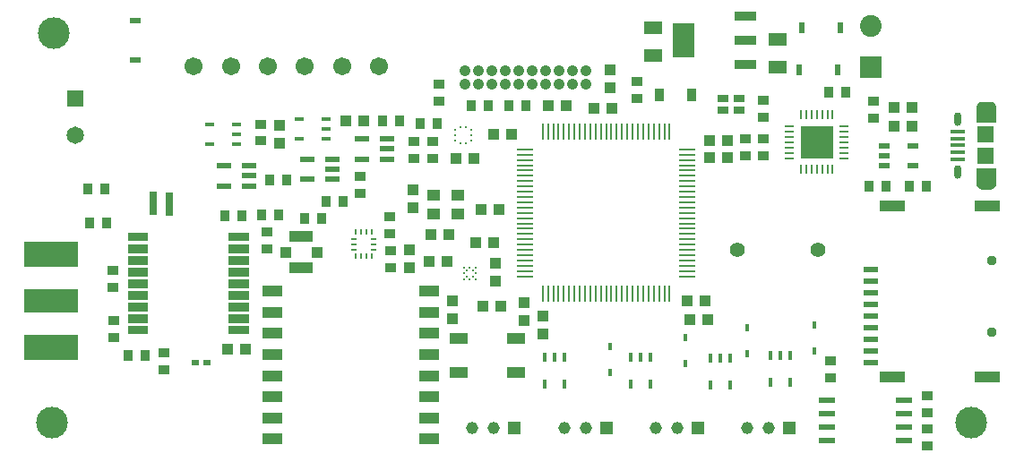
<source format=gbr>
%TF.GenerationSoftware,KiCad,Pcbnew,(6.0.9)*%
%TF.CreationDate,2022-12-16T16:08:48-07:00*%
%TF.ProjectId,Flight-Computer,466c6967-6874-42d4-936f-6d7075746572,1.0*%
%TF.SameCoordinates,Original*%
%TF.FileFunction,Soldermask,Top*%
%TF.FilePolarity,Negative*%
%FSLAX46Y46*%
G04 Gerber Fmt 4.6, Leading zero omitted, Abs format (unit mm)*
G04 Created by KiCad (PCBNEW (6.0.9)) date 2022-12-16 16:08:48*
%MOMM*%
%LPD*%
G01*
G04 APERTURE LIST*
%ADD10C,0.000100*%
%ADD11C,0.010000*%
%ADD12R,0.254000X0.482600*%
%ADD13R,0.482600X0.254000*%
%ADD14R,2.050000X2.050000*%
%ADD15C,2.050000*%
%ADD16C,1.701800*%
%ADD17R,0.650000X2.200000*%
%ADD18R,0.650000X2.300000*%
%ADD19R,1.950000X1.050000*%
%ADD20R,1.320800X0.558800*%
%ADD21R,1.100000X1.000000*%
%ADD22R,1.020000X0.940000*%
%ADD23R,1.000000X0.800000*%
%ADD24R,0.355600X0.647700*%
%ADD25R,5.080000X2.286000*%
%ADD26R,5.080000X2.413000*%
%ADD27C,1.066800*%
%ADD28R,1.150000X1.150000*%
%ADD29C,1.150000*%
%ADD30R,2.150000X0.950000*%
%ADD31R,2.150000X3.250000*%
%ADD32C,1.408000*%
%ADD33C,3.000000*%
%ADD34R,1.000000X1.100000*%
%ADD35R,0.940000X1.020000*%
%ADD36R,0.406400X0.952500*%
%ADD37R,0.584200X1.041400*%
%ADD38R,1.560000X0.280000*%
%ADD39R,0.280000X1.560000*%
%ADD40R,0.952500X0.406400*%
%ADD41R,1.778000X1.270000*%
%ADD42R,1.041400X0.584200*%
%ADD43R,0.979300X0.558800*%
%ADD44R,1.000000X1.000000*%
%ADD45R,2.200000X1.050000*%
%ADD46R,1.350000X0.400000*%
%ADD47R,1.550000X1.500000*%
%ADD48O,0.650000X1.300000*%
%ADD49O,1.550000X0.775000*%
%ADD50C,0.950000*%
%ADD51R,1.400000X0.620000*%
%ADD52R,2.400000X1.100000*%
%ADD53R,1.700000X0.990600*%
%ADD54R,0.685800X0.609600*%
%ADD55R,0.250000X0.275000*%
%ADD56R,0.275000X0.250000*%
%ADD57R,0.900000X0.254000*%
%ADD58R,0.254000X0.900000*%
%ADD59R,3.100000X3.100000*%
%ADD60C,1.650000*%
%ADD61R,1.650000X1.650000*%
%ADD62R,1.524000X0.558800*%
%ADD63R,0.965200X1.295400*%
%ADD64C,0.200000*%
%ADD65R,1.300000X1.100000*%
G04 APERTURE END LIST*
%TO.C,P8*%
G36*
X185507600Y-75514000D02*
G01*
X185506600Y-75540000D01*
X185504600Y-75566000D01*
X185501600Y-75592000D01*
X185496600Y-75618000D01*
X185490600Y-75643000D01*
X185483600Y-75669000D01*
X185474600Y-75693000D01*
X185464600Y-75717000D01*
X185453600Y-75741000D01*
X185440600Y-75764000D01*
X185412600Y-75808000D01*
X185396600Y-75829000D01*
X185379600Y-75849000D01*
X185361600Y-75868000D01*
X185342600Y-75886000D01*
X185322600Y-75903000D01*
X185301600Y-75919000D01*
X185257600Y-75947000D01*
X185234600Y-75960000D01*
X185210600Y-75971000D01*
X185186600Y-75981000D01*
X185162600Y-75990000D01*
X185136600Y-75997000D01*
X185111600Y-76003000D01*
X185085600Y-76008000D01*
X185059600Y-76011000D01*
X185033600Y-76013000D01*
X185007600Y-76014000D01*
X184257600Y-76014000D01*
X184231600Y-76013000D01*
X184205600Y-76011000D01*
X184179600Y-76008000D01*
X184153600Y-76003000D01*
X184128600Y-75997000D01*
X184102600Y-75990000D01*
X184078600Y-75981000D01*
X184054600Y-75971000D01*
X184030600Y-75960000D01*
X184007600Y-75947000D01*
X183963600Y-75919000D01*
X183942600Y-75903000D01*
X183922600Y-75886000D01*
X183903600Y-75868000D01*
X183885600Y-75849000D01*
X183868600Y-75829000D01*
X183852600Y-75808000D01*
X183824600Y-75764000D01*
X183811600Y-75741000D01*
X183800600Y-75717000D01*
X183790600Y-75693000D01*
X183781600Y-75669000D01*
X183774600Y-75643000D01*
X183768600Y-75618000D01*
X183763600Y-75592000D01*
X183760600Y-75566000D01*
X183758600Y-75540000D01*
X183757600Y-75514000D01*
X183757600Y-74114000D01*
X185507600Y-74114000D01*
X185507600Y-75514000D01*
G37*
D10*
X185507600Y-75514000D02*
X185506600Y-75540000D01*
X185504600Y-75566000D01*
X185501600Y-75592000D01*
X185496600Y-75618000D01*
X185490600Y-75643000D01*
X185483600Y-75669000D01*
X185474600Y-75693000D01*
X185464600Y-75717000D01*
X185453600Y-75741000D01*
X185440600Y-75764000D01*
X185412600Y-75808000D01*
X185396600Y-75829000D01*
X185379600Y-75849000D01*
X185361600Y-75868000D01*
X185342600Y-75886000D01*
X185322600Y-75903000D01*
X185301600Y-75919000D01*
X185257600Y-75947000D01*
X185234600Y-75960000D01*
X185210600Y-75971000D01*
X185186600Y-75981000D01*
X185162600Y-75990000D01*
X185136600Y-75997000D01*
X185111600Y-76003000D01*
X185085600Y-76008000D01*
X185059600Y-76011000D01*
X185033600Y-76013000D01*
X185007600Y-76014000D01*
X184257600Y-76014000D01*
X184231600Y-76013000D01*
X184205600Y-76011000D01*
X184179600Y-76008000D01*
X184153600Y-76003000D01*
X184128600Y-75997000D01*
X184102600Y-75990000D01*
X184078600Y-75981000D01*
X184054600Y-75971000D01*
X184030600Y-75960000D01*
X184007600Y-75947000D01*
X183963600Y-75919000D01*
X183942600Y-75903000D01*
X183922600Y-75886000D01*
X183903600Y-75868000D01*
X183885600Y-75849000D01*
X183868600Y-75829000D01*
X183852600Y-75808000D01*
X183824600Y-75764000D01*
X183811600Y-75741000D01*
X183800600Y-75717000D01*
X183790600Y-75693000D01*
X183781600Y-75669000D01*
X183774600Y-75643000D01*
X183768600Y-75618000D01*
X183763600Y-75592000D01*
X183760600Y-75566000D01*
X183758600Y-75540000D01*
X183757600Y-75514000D01*
X183757600Y-74114000D01*
X185507600Y-74114000D01*
X185507600Y-75514000D01*
G36*
X185033600Y-67815000D02*
G01*
X185059600Y-67817000D01*
X185085600Y-67820000D01*
X185111600Y-67825000D01*
X185136600Y-67831000D01*
X185162600Y-67838000D01*
X185186600Y-67847000D01*
X185210600Y-67857000D01*
X185234600Y-67868000D01*
X185257600Y-67881000D01*
X185301600Y-67909000D01*
X185322600Y-67925000D01*
X185342600Y-67942000D01*
X185361600Y-67960000D01*
X185379600Y-67979000D01*
X185396600Y-67999000D01*
X185412600Y-68020000D01*
X185440600Y-68064000D01*
X185453600Y-68087000D01*
X185464600Y-68111000D01*
X185474600Y-68135000D01*
X185483600Y-68159000D01*
X185490600Y-68185000D01*
X185496600Y-68210000D01*
X185501600Y-68236000D01*
X185504600Y-68262000D01*
X185506600Y-68288000D01*
X185507600Y-68314000D01*
X185507600Y-69714000D01*
X183757600Y-69714000D01*
X183757600Y-68314000D01*
X183758600Y-68288000D01*
X183760600Y-68262000D01*
X183763600Y-68236000D01*
X183768600Y-68210000D01*
X183774600Y-68185000D01*
X183781600Y-68159000D01*
X183790600Y-68135000D01*
X183800600Y-68111000D01*
X183811600Y-68087000D01*
X183824600Y-68064000D01*
X183852600Y-68020000D01*
X183868600Y-67999000D01*
X183885600Y-67979000D01*
X183903600Y-67960000D01*
X183922600Y-67942000D01*
X183942600Y-67925000D01*
X183963600Y-67909000D01*
X184007600Y-67881000D01*
X184030600Y-67868000D01*
X184054600Y-67857000D01*
X184078600Y-67847000D01*
X184102600Y-67838000D01*
X184128600Y-67831000D01*
X184153600Y-67825000D01*
X184179600Y-67820000D01*
X184205600Y-67817000D01*
X184231600Y-67815000D01*
X184257600Y-67814000D01*
X185007600Y-67814000D01*
X185033600Y-67815000D01*
G37*
X185033600Y-67815000D02*
X185059600Y-67817000D01*
X185085600Y-67820000D01*
X185111600Y-67825000D01*
X185136600Y-67831000D01*
X185162600Y-67838000D01*
X185186600Y-67847000D01*
X185210600Y-67857000D01*
X185234600Y-67868000D01*
X185257600Y-67881000D01*
X185301600Y-67909000D01*
X185322600Y-67925000D01*
X185342600Y-67942000D01*
X185361600Y-67960000D01*
X185379600Y-67979000D01*
X185396600Y-67999000D01*
X185412600Y-68020000D01*
X185440600Y-68064000D01*
X185453600Y-68087000D01*
X185464600Y-68111000D01*
X185474600Y-68135000D01*
X185483600Y-68159000D01*
X185490600Y-68185000D01*
X185496600Y-68210000D01*
X185501600Y-68236000D01*
X185504600Y-68262000D01*
X185506600Y-68288000D01*
X185507600Y-68314000D01*
X185507600Y-69714000D01*
X183757600Y-69714000D01*
X183757600Y-68314000D01*
X183758600Y-68288000D01*
X183760600Y-68262000D01*
X183763600Y-68236000D01*
X183768600Y-68210000D01*
X183774600Y-68185000D01*
X183781600Y-68159000D01*
X183790600Y-68135000D01*
X183800600Y-68111000D01*
X183811600Y-68087000D01*
X183824600Y-68064000D01*
X183852600Y-68020000D01*
X183868600Y-67999000D01*
X183885600Y-67979000D01*
X183903600Y-67960000D01*
X183922600Y-67942000D01*
X183942600Y-67925000D01*
X183963600Y-67909000D01*
X184007600Y-67881000D01*
X184030600Y-67868000D01*
X184054600Y-67857000D01*
X184078600Y-67847000D01*
X184102600Y-67838000D01*
X184128600Y-67831000D01*
X184153600Y-67825000D01*
X184179600Y-67820000D01*
X184205600Y-67817000D01*
X184231600Y-67815000D01*
X184257600Y-67814000D01*
X185007600Y-67814000D01*
X185033600Y-67815000D01*
%TO.C,U4*%
G36*
X114870000Y-86463000D02*
G01*
X113070000Y-86463000D01*
X113070000Y-85663000D01*
X114870000Y-85663000D01*
X114870000Y-86463000D01*
G37*
D11*
X114870000Y-86463000D02*
X113070000Y-86463000D01*
X113070000Y-85663000D01*
X114870000Y-85663000D01*
X114870000Y-86463000D01*
G36*
X114870000Y-80913000D02*
G01*
X113070000Y-80913000D01*
X113070000Y-80213000D01*
X114870000Y-80213000D01*
X114870000Y-80913000D01*
G37*
X114870000Y-80913000D02*
X113070000Y-80913000D01*
X113070000Y-80213000D01*
X114870000Y-80213000D01*
X114870000Y-80913000D01*
G36*
X114870000Y-84263000D02*
G01*
X113070000Y-84263000D01*
X113070000Y-83463000D01*
X114870000Y-83463000D01*
X114870000Y-84263000D01*
G37*
X114870000Y-84263000D02*
X113070000Y-84263000D01*
X113070000Y-83463000D01*
X114870000Y-83463000D01*
X114870000Y-84263000D01*
G36*
X114870000Y-88663000D02*
G01*
X113070000Y-88663000D01*
X113070000Y-87863000D01*
X114870000Y-87863000D01*
X114870000Y-88663000D01*
G37*
X114870000Y-88663000D02*
X113070000Y-88663000D01*
X113070000Y-87863000D01*
X114870000Y-87863000D01*
X114870000Y-88663000D01*
G36*
X114870000Y-83163000D02*
G01*
X113070000Y-83163000D01*
X113070000Y-82363000D01*
X114870000Y-82363000D01*
X114870000Y-83163000D01*
G37*
X114870000Y-83163000D02*
X113070000Y-83163000D01*
X113070000Y-82363000D01*
X114870000Y-82363000D01*
X114870000Y-83163000D01*
G36*
X105370000Y-89713000D02*
G01*
X103570000Y-89713000D01*
X103570000Y-89013000D01*
X105370000Y-89013000D01*
X105370000Y-89713000D01*
G37*
X105370000Y-89713000D02*
X103570000Y-89713000D01*
X103570000Y-89013000D01*
X105370000Y-89013000D01*
X105370000Y-89713000D01*
G36*
X105370000Y-88663000D02*
G01*
X103570000Y-88663000D01*
X103570000Y-87863000D01*
X105370000Y-87863000D01*
X105370000Y-88663000D01*
G37*
X105370000Y-88663000D02*
X103570000Y-88663000D01*
X103570000Y-87863000D01*
X105370000Y-87863000D01*
X105370000Y-88663000D01*
G36*
X105370000Y-84263000D02*
G01*
X103570000Y-84263000D01*
X103570000Y-83463000D01*
X105370000Y-83463000D01*
X105370000Y-84263000D01*
G37*
X105370000Y-84263000D02*
X103570000Y-84263000D01*
X103570000Y-83463000D01*
X105370000Y-83463000D01*
X105370000Y-84263000D01*
G36*
X114870000Y-82063000D02*
G01*
X113070000Y-82063000D01*
X113070000Y-81263000D01*
X114870000Y-81263000D01*
X114870000Y-82063000D01*
G37*
X114870000Y-82063000D02*
X113070000Y-82063000D01*
X113070000Y-81263000D01*
X114870000Y-81263000D01*
X114870000Y-82063000D01*
G36*
X114870000Y-87563000D02*
G01*
X113070000Y-87563000D01*
X113070000Y-86763000D01*
X114870000Y-86763000D01*
X114870000Y-87563000D01*
G37*
X114870000Y-87563000D02*
X113070000Y-87563000D01*
X113070000Y-86763000D01*
X114870000Y-86763000D01*
X114870000Y-87563000D01*
G36*
X105370000Y-86463000D02*
G01*
X103570000Y-86463000D01*
X103570000Y-85663000D01*
X105370000Y-85663000D01*
X105370000Y-86463000D01*
G37*
X105370000Y-86463000D02*
X103570000Y-86463000D01*
X103570000Y-85663000D01*
X105370000Y-85663000D01*
X105370000Y-86463000D01*
G36*
X105370000Y-83163000D02*
G01*
X103570000Y-83163000D01*
X103570000Y-82363000D01*
X105370000Y-82363000D01*
X105370000Y-83163000D01*
G37*
X105370000Y-83163000D02*
X103570000Y-83163000D01*
X103570000Y-82363000D01*
X105370000Y-82363000D01*
X105370000Y-83163000D01*
G36*
X105370000Y-85363000D02*
G01*
X103570000Y-85363000D01*
X103570000Y-84563000D01*
X105370000Y-84563000D01*
X105370000Y-85363000D01*
G37*
X105370000Y-85363000D02*
X103570000Y-85363000D01*
X103570000Y-84563000D01*
X105370000Y-84563000D01*
X105370000Y-85363000D01*
G36*
X105370000Y-80913000D02*
G01*
X103570000Y-80913000D01*
X103570000Y-80213000D01*
X105370000Y-80213000D01*
X105370000Y-80913000D01*
G37*
X105370000Y-80913000D02*
X103570000Y-80913000D01*
X103570000Y-80213000D01*
X105370000Y-80213000D01*
X105370000Y-80913000D01*
G36*
X105370000Y-82063000D02*
G01*
X103570000Y-82063000D01*
X103570000Y-81263000D01*
X105370000Y-81263000D01*
X105370000Y-82063000D01*
G37*
X105370000Y-82063000D02*
X103570000Y-82063000D01*
X103570000Y-81263000D01*
X105370000Y-81263000D01*
X105370000Y-82063000D01*
G36*
X105370000Y-87563000D02*
G01*
X103570000Y-87563000D01*
X103570000Y-86763000D01*
X105370000Y-86763000D01*
X105370000Y-87563000D01*
G37*
X105370000Y-87563000D02*
X103570000Y-87563000D01*
X103570000Y-86763000D01*
X105370000Y-86763000D01*
X105370000Y-87563000D01*
G36*
X114870000Y-89713000D02*
G01*
X113070000Y-89713000D01*
X113070000Y-89013000D01*
X114870000Y-89013000D01*
X114870000Y-89713000D01*
G37*
X114870000Y-89713000D02*
X113070000Y-89713000D01*
X113070000Y-89013000D01*
X114870000Y-89013000D01*
X114870000Y-89713000D01*
G36*
X114870000Y-85363000D02*
G01*
X113070000Y-85363000D01*
X113070000Y-84563000D01*
X114870000Y-84563000D01*
X114870000Y-85363000D01*
G37*
X114870000Y-85363000D02*
X113070000Y-85363000D01*
X113070000Y-84563000D01*
X114870000Y-84563000D01*
X114870000Y-85363000D01*
%TD*%
D12*
%TO.C,U3*%
X126607001Y-80124300D03*
X126107000Y-80124300D03*
X125607000Y-80124300D03*
X125106999Y-80124300D03*
D13*
X124942600Y-80780001D03*
X124942600Y-81280000D03*
X124942600Y-81779999D03*
D12*
X125106999Y-82435700D03*
X125607000Y-82435700D03*
X126107000Y-82435700D03*
X126607001Y-82435700D03*
D13*
X126771400Y-81779999D03*
X126771400Y-81280000D03*
X126771400Y-80780001D03*
%TD*%
D14*
%TO.C,P1*%
X173790500Y-64557500D03*
D15*
X173790500Y-60597500D03*
%TD*%
D16*
%TO.C,P9*%
X127267252Y-64425101D03*
X123767249Y-64425101D03*
X120267248Y-64425101D03*
X116767247Y-64425101D03*
X113267247Y-64425101D03*
X109767246Y-64425101D03*
%TD*%
D17*
%TO.C,BT1*%
X107430000Y-77462000D03*
D18*
X105930000Y-77412000D03*
%TD*%
D19*
%TO.C,U7*%
X117187000Y-85710000D03*
X117187000Y-87710000D03*
X117187000Y-89710000D03*
X117187000Y-91710000D03*
X117187000Y-93710000D03*
X117187000Y-95710000D03*
X117187000Y-97710000D03*
X117187000Y-99710000D03*
X131987000Y-99710000D03*
X131987000Y-97710000D03*
X131987000Y-95710000D03*
X131987000Y-93710000D03*
X131987000Y-91710000D03*
X131987000Y-89710000D03*
X131987000Y-87710000D03*
X131987000Y-85710000D03*
%TD*%
D20*
%TO.C,U10*%
X122859800Y-75118001D03*
X122859800Y-74168000D03*
X122859800Y-73217999D03*
X120472200Y-73217999D03*
X120472200Y-75118001D03*
%TD*%
D21*
%TO.C,J2*%
X138772000Y-87122000D03*
X137072000Y-87122000D03*
%TD*%
D22*
%TO.C,R33*%
X125476000Y-74902000D03*
X125476000Y-76482000D03*
%TD*%
D23*
%TO.C,D1*%
X159778000Y-67522000D03*
X161278000Y-67522000D03*
X161278000Y-68622000D03*
X159778000Y-68622000D03*
%TD*%
D24*
%TO.C,D6*%
X168402000Y-91395550D03*
X168402000Y-88944450D03*
%TD*%
D20*
%TO.C,U11*%
X114985800Y-75753001D03*
X114985800Y-74803000D03*
X114985800Y-73852999D03*
X112598200Y-73852999D03*
X112598200Y-75753001D03*
%TD*%
D25*
%TO.C,AE2*%
X96304100Y-86614000D03*
D26*
X96304100Y-90995500D03*
X96304100Y-82232500D03*
%TD*%
D21*
%TO.C,C7*%
X144995000Y-68199000D03*
X143295000Y-68199000D03*
%TD*%
D22*
%TO.C,R9*%
X128397000Y-81887000D03*
X128397000Y-83467000D03*
%TD*%
D27*
%TO.C,P3*%
X135382000Y-66178050D03*
X135382000Y-64908050D03*
X136652000Y-66178050D03*
X136652000Y-64908050D03*
X137922000Y-66178050D03*
X137922000Y-64908050D03*
X139192000Y-66178050D03*
X139192000Y-64908050D03*
X140462000Y-66178050D03*
X140462000Y-64908050D03*
X141732000Y-66178050D03*
X141732000Y-64908050D03*
X143002000Y-66178050D03*
X143002000Y-64908050D03*
X144272000Y-66178050D03*
X144272000Y-64908050D03*
X145542000Y-66178050D03*
X145542000Y-64908050D03*
X146812000Y-66178050D03*
X146812000Y-64908050D03*
%TD*%
D28*
%TO.C,P7*%
X140081000Y-98679000D03*
D29*
X138074000Y-98679000D03*
X136068000Y-98679000D03*
%TD*%
D30*
%TO.C,U2*%
X161883000Y-64276000D03*
D31*
X156083000Y-61976000D03*
D30*
X161883000Y-61976000D03*
X161883000Y-59676000D03*
%TD*%
D32*
%TO.C,BZ1*%
X161122200Y-81788000D03*
X168722200Y-81788000D03*
%TD*%
D21*
%TO.C,J1*%
X149313000Y-68453000D03*
X147613000Y-68453000D03*
%TD*%
D33*
%TO.C,H3*%
X183261000Y-98171000D03*
%TD*%
D34*
%TO.C,C4*%
X142748000Y-88050000D03*
X142748000Y-89750000D03*
%TD*%
D35*
%TO.C,R32*%
X129187000Y-69596000D03*
X127607000Y-69596000D03*
%TD*%
D24*
%TO.C,D8*%
X156210000Y-92538550D03*
X156210000Y-90087450D03*
%TD*%
D36*
%TO.C,Q4*%
X144841001Y-91941650D03*
X143891000Y-91941650D03*
X142940999Y-91941650D03*
X142940999Y-94494350D03*
X144841001Y-94494350D03*
%TD*%
D35*
%TO.C,R22*%
X173581000Y-75819000D03*
X175161000Y-75819000D03*
%TD*%
D34*
%TO.C,C12*%
X130505200Y-76112000D03*
X130505200Y-77812000D03*
%TD*%
D22*
%TO.C,R31*%
X116064000Y-69921000D03*
X116064000Y-71501000D03*
%TD*%
%TO.C,R7*%
X128270000Y-80292000D03*
X128270000Y-78712000D03*
%TD*%
D34*
%TO.C,C1*%
X149098000Y-66509000D03*
X149098000Y-64809000D03*
%TD*%
D22*
%TO.C,R23*%
X179070000Y-100358000D03*
X179070000Y-98778000D03*
%TD*%
D35*
%TO.C,R10*%
X105184000Y-91821000D03*
X103604000Y-91821000D03*
%TD*%
D34*
%TO.C,C17*%
X130175000Y-83527000D03*
X130175000Y-81827000D03*
%TD*%
D22*
%TO.C,R20*%
X169926000Y-93881000D03*
X169926000Y-92301000D03*
%TD*%
D37*
%TO.C,D3*%
X166941500Y-64770000D03*
X170624500Y-64770000D03*
%TD*%
D33*
%TO.C,H2*%
X96393000Y-98171000D03*
%TD*%
D22*
%TO.C,R12*%
X102235000Y-90071000D03*
X102235000Y-88491000D03*
%TD*%
D21*
%TO.C,C24*%
X175934000Y-68326000D03*
X177634000Y-68326000D03*
%TD*%
D37*
%TO.C,D2*%
X167195500Y-60833000D03*
X170878500Y-60833000D03*
%TD*%
D35*
%TO.C,R26*%
X169771000Y-66929000D03*
X171351000Y-66929000D03*
%TD*%
D38*
%TO.C,U1*%
X141062400Y-72308200D03*
X141062400Y-72808200D03*
X141062400Y-73308200D03*
X141062400Y-73808200D03*
X141062400Y-74308200D03*
X141062400Y-74808200D03*
X141062400Y-75308200D03*
X141062400Y-75808200D03*
X141062400Y-76308200D03*
X141062400Y-76808200D03*
X141062400Y-77308200D03*
X141062400Y-77808200D03*
X141062400Y-78308200D03*
X141062400Y-78808200D03*
X141062400Y-79308200D03*
X141062400Y-79808200D03*
X141062400Y-80308200D03*
X141062400Y-80808200D03*
X141062400Y-81308200D03*
X141062400Y-81808200D03*
X141062400Y-82308200D03*
X141062400Y-82808200D03*
X141062400Y-83308200D03*
X141062400Y-83808200D03*
X141062400Y-84308200D03*
D39*
X142742400Y-85988200D03*
X143242400Y-85988200D03*
X143742400Y-85988200D03*
X144242400Y-85988200D03*
X144742400Y-85988200D03*
X145242400Y-85988200D03*
X145742400Y-85988200D03*
X146242400Y-85988200D03*
X146742400Y-85988200D03*
X147242400Y-85988200D03*
X147742400Y-85988200D03*
X148242400Y-85988200D03*
X148742400Y-85988200D03*
X149242400Y-85988200D03*
X149742400Y-85988200D03*
X150242400Y-85988200D03*
X150742400Y-85988200D03*
X151242400Y-85988200D03*
X151742400Y-85988200D03*
X152242400Y-85988200D03*
X152742400Y-85988200D03*
X153242400Y-85988200D03*
X153742400Y-85988200D03*
X154242400Y-85988200D03*
X154742400Y-85988200D03*
D38*
X156422400Y-84308200D03*
X156422400Y-83808200D03*
X156422400Y-83308200D03*
X156422400Y-82808200D03*
X156422400Y-82308200D03*
X156422400Y-81808200D03*
X156422400Y-81308200D03*
X156422400Y-80808200D03*
X156422400Y-80308200D03*
X156422400Y-79808200D03*
X156422400Y-79308200D03*
X156422400Y-78808200D03*
X156422400Y-78308200D03*
X156422400Y-77808200D03*
X156422400Y-77308200D03*
X156422400Y-76808200D03*
X156422400Y-76308200D03*
X156422400Y-75808200D03*
X156422400Y-75308200D03*
X156422400Y-74808200D03*
X156422400Y-74308200D03*
X156422400Y-73808200D03*
X156422400Y-73308200D03*
X156422400Y-72808200D03*
X156422400Y-72308200D03*
D39*
X154742400Y-70628200D03*
X154242400Y-70628200D03*
X153742400Y-70628200D03*
X153242400Y-70628200D03*
X152742400Y-70628200D03*
X152242400Y-70628200D03*
X151742400Y-70628200D03*
X151242400Y-70628200D03*
X150742400Y-70628200D03*
X150242400Y-70628200D03*
X149742400Y-70628200D03*
X149242400Y-70628200D03*
X148742400Y-70628200D03*
X148242400Y-70628200D03*
X147742400Y-70628200D03*
X147242400Y-70628200D03*
X146742400Y-70628200D03*
X146242400Y-70628200D03*
X145742400Y-70628200D03*
X145242400Y-70628200D03*
X144742400Y-70628200D03*
X144242400Y-70628200D03*
X143742400Y-70628200D03*
X143242400Y-70628200D03*
X142742400Y-70628200D03*
%TD*%
D22*
%TO.C,R8*%
X106934000Y-93119000D03*
X106934000Y-91539000D03*
%TD*%
D21*
%TO.C,C2*%
X156376000Y-86614000D03*
X158076000Y-86614000D03*
%TD*%
D40*
%TO.C,Q6*%
X122307350Y-71308001D03*
X122307350Y-70358000D03*
X122307350Y-69407999D03*
X119754650Y-69407999D03*
X119754650Y-71308001D03*
%TD*%
D22*
%TO.C,R2*%
X163626800Y-72926000D03*
X163626800Y-71346000D03*
%TD*%
D20*
%TO.C,U9*%
X128066800Y-73213001D03*
X128066800Y-72263000D03*
X128066800Y-71312999D03*
X125679200Y-71312999D03*
X125679200Y-73213001D03*
%TD*%
D35*
%TO.C,R21*%
X177391000Y-75819000D03*
X178971000Y-75819000D03*
%TD*%
D36*
%TO.C,Q1*%
X166177001Y-91814650D03*
X165227000Y-91814650D03*
X164276999Y-91814650D03*
X164276999Y-94367350D03*
X166177001Y-94367350D03*
%TD*%
D21*
%TO.C,C5*%
X138645000Y-77978000D03*
X136945000Y-77978000D03*
%TD*%
D22*
%TO.C,R13*%
X116713000Y-80109000D03*
X116713000Y-81689000D03*
%TD*%
D35*
%TO.C,R34*%
X116939000Y-75184000D03*
X118519000Y-75184000D03*
%TD*%
D41*
%TO.C,C13*%
X153162000Y-60782200D03*
X153162000Y-63423800D03*
%TD*%
D42*
%TO.C,D4*%
X104267000Y-60134500D03*
X104267000Y-63817500D03*
%TD*%
D35*
%TO.C,R14*%
X117757000Y-78486000D03*
X116177000Y-78486000D03*
%TD*%
D43*
%TO.C,D10*%
X175037052Y-71947999D03*
X175037052Y-72898000D03*
X175037052Y-73848001D03*
X177768948Y-73848001D03*
X177768948Y-71947999D03*
%TD*%
D24*
%TO.C,D7*%
X162052000Y-91649550D03*
X162052000Y-89198450D03*
%TD*%
D44*
%TO.C,AE1*%
X118438800Y-82042000D03*
X121438800Y-82042000D03*
D45*
X119938800Y-83517000D03*
X119938800Y-80567000D03*
%TD*%
D46*
%TO.C,P8*%
X181932600Y-73214000D03*
X181932600Y-72564000D03*
X181932600Y-71914000D03*
X181932600Y-71264000D03*
X181932600Y-70614000D03*
D47*
X184632600Y-70914000D03*
D48*
X181932600Y-74414000D03*
D47*
X184632600Y-72914000D03*
D48*
X181932600Y-69414000D03*
D49*
X184632600Y-68414000D03*
X184632600Y-75414000D03*
%TD*%
D22*
%TO.C,R6*%
X151638000Y-65885000D03*
X151638000Y-67465000D03*
%TD*%
D34*
%TO.C,C9*%
X138303000Y-83097000D03*
X138303000Y-84797000D03*
%TD*%
D35*
%TO.C,R27*%
X122273000Y-77216000D03*
X123853000Y-77216000D03*
%TD*%
D50*
%TO.C,P10*%
X185166000Y-82833000D03*
X185166000Y-89633000D03*
D51*
X173746000Y-83653000D03*
X173746000Y-84753000D03*
X173746000Y-85853000D03*
X173746000Y-86953000D03*
X173746000Y-88053000D03*
X173746000Y-89153000D03*
X173746000Y-90253000D03*
X173746000Y-91353000D03*
X173746000Y-92453000D03*
D52*
X184746000Y-93833000D03*
X175746000Y-93833000D03*
X175746000Y-77683000D03*
X184746000Y-77683000D03*
%TD*%
D21*
%TO.C,C14*%
X133869800Y-80340200D03*
X132169800Y-80340200D03*
%TD*%
D34*
%TO.C,C22*%
X134239000Y-88353000D03*
X134239000Y-86653000D03*
%TD*%
D53*
%TO.C,B1*%
X140241000Y-93420999D03*
X134841000Y-93420999D03*
X140241000Y-90221001D03*
X134841000Y-90221001D03*
%TD*%
D28*
%TO.C,P5*%
X157454500Y-98654800D03*
D29*
X155447500Y-98654800D03*
X153441500Y-98654800D03*
%TD*%
D22*
%TO.C,R28*%
X130556000Y-73180000D03*
X130556000Y-71600000D03*
%TD*%
%TO.C,R30*%
X179070000Y-97183000D03*
X179070000Y-95603000D03*
%TD*%
%TO.C,R17*%
X102108000Y-83792000D03*
X102108000Y-85372000D03*
%TD*%
D40*
%TO.C,Q5*%
X113798350Y-71816001D03*
X113798350Y-70866000D03*
X113798350Y-69915999D03*
X111245650Y-69915999D03*
X111245650Y-71816001D03*
%TD*%
D22*
%TO.C,R3*%
X161925000Y-72926000D03*
X161925000Y-71346000D03*
%TD*%
D35*
%TO.C,R24*%
X132743000Y-69850000D03*
X131163000Y-69850000D03*
%TD*%
D54*
%TO.C,L1*%
X109931200Y-92456000D03*
X111048800Y-92456000D03*
%TD*%
D55*
%TO.C,U5*%
X135454700Y-70205100D03*
X134954700Y-70205100D03*
D56*
X134442200Y-70467600D03*
X134442200Y-70967600D03*
X134442200Y-71467600D03*
D55*
X134954700Y-71730100D03*
X135454700Y-71730100D03*
D56*
X135967200Y-71467600D03*
X135967200Y-70967600D03*
X135967200Y-70467600D03*
%TD*%
D28*
%TO.C,P4*%
X166090500Y-98679000D03*
D29*
X164083500Y-98679000D03*
X162077500Y-98679000D03*
%TD*%
D57*
%TO.C,U8*%
X171246000Y-73128000D03*
X171246000Y-72628000D03*
X171246000Y-72128000D03*
X171246000Y-71628000D03*
X171246000Y-71128000D03*
X171246000Y-70628000D03*
X171246000Y-70128000D03*
D58*
X170156000Y-69038000D03*
X169656000Y-69038000D03*
X169156000Y-69038000D03*
X168656000Y-69038000D03*
X168156000Y-69038000D03*
X167656000Y-69038000D03*
X167156000Y-69038000D03*
D57*
X166066000Y-70128000D03*
X166066000Y-70628000D03*
X166066000Y-71128000D03*
X166066000Y-71628000D03*
X166066000Y-72128000D03*
X166066000Y-72628000D03*
X166066000Y-73128000D03*
D58*
X167156000Y-74218000D03*
X167656000Y-74218000D03*
X168156000Y-74218000D03*
X168656000Y-74218000D03*
X169156000Y-74218000D03*
X169656000Y-74218000D03*
X170156000Y-74218000D03*
D59*
X168656000Y-71628000D03*
%TD*%
D21*
%TO.C,C6*%
X158535000Y-71501000D03*
X160235000Y-71501000D03*
%TD*%
D34*
%TO.C,C3*%
X140970000Y-86780000D03*
X140970000Y-88480000D03*
%TD*%
D60*
%TO.C,P2*%
X98552000Y-70965000D03*
D61*
X98552000Y-67465000D03*
%TD*%
D62*
%TO.C,U6*%
X169583100Y-96012000D03*
X169583100Y-97282000D03*
X169583100Y-98552000D03*
X169583100Y-99822000D03*
X176872900Y-99822000D03*
X176872900Y-98552000D03*
X176872900Y-97282000D03*
X176872900Y-96012000D03*
%TD*%
D63*
%TO.C,D5*%
X153797000Y-67183000D03*
X156845000Y-67183000D03*
%TD*%
D22*
%TO.C,R25*%
X173990000Y-69370000D03*
X173990000Y-67790000D03*
%TD*%
D21*
%TO.C,C21*%
X134532000Y-73202800D03*
X136232000Y-73202800D03*
%TD*%
%TO.C,C20*%
X139788000Y-70866000D03*
X138088000Y-70866000D03*
%TD*%
D35*
%TO.C,R5*%
X139545000Y-68199000D03*
X141125000Y-68199000D03*
%TD*%
D21*
%TO.C,C26*%
X125818000Y-69596000D03*
X124118000Y-69596000D03*
%TD*%
D33*
%TO.C,H1*%
X96520000Y-61341000D03*
%TD*%
D28*
%TO.C,P6*%
X148818500Y-98654800D03*
D29*
X146811500Y-98654800D03*
X144805500Y-98654800D03*
%TD*%
D22*
%TO.C,R1*%
X163576000Y-69243000D03*
X163576000Y-67663000D03*
%TD*%
D41*
%TO.C,C10*%
X164973000Y-61925200D03*
X164973000Y-64566800D03*
%TD*%
D21*
%TO.C,C15*%
X158535000Y-73075800D03*
X160235000Y-73075800D03*
%TD*%
D35*
%TO.C,R11*%
X114328000Y-78613000D03*
X112748000Y-78613000D03*
%TD*%
D21*
%TO.C,C23*%
X175934000Y-70104000D03*
X177634000Y-70104000D03*
%TD*%
D36*
%TO.C,Q2*%
X160462001Y-92068650D03*
X159512000Y-92068650D03*
X158561999Y-92068650D03*
X158561999Y-94621350D03*
X160462001Y-94621350D03*
%TD*%
D22*
%TO.C,R19*%
X132334000Y-71600000D03*
X132334000Y-73180000D03*
%TD*%
D35*
%TO.C,R4*%
X137569000Y-68199000D03*
X135989000Y-68199000D03*
%TD*%
D24*
%TO.C,D9*%
X149098000Y-93427550D03*
X149098000Y-90976450D03*
%TD*%
D22*
%TO.C,R18*%
X132969000Y-67719000D03*
X132969000Y-66139000D03*
%TD*%
D21*
%TO.C,C11*%
X156630000Y-88392000D03*
X158330000Y-88392000D03*
%TD*%
D64*
%TO.C,U12*%
X135289000Y-83473000D03*
X135855000Y-83473000D03*
X136421000Y-83473000D03*
X135572000Y-83756000D03*
X136138000Y-83756000D03*
X135289000Y-84039000D03*
X136421000Y-84039000D03*
X135572000Y-84322000D03*
X136138000Y-84322000D03*
X135289000Y-84605000D03*
X135855000Y-84605000D03*
X136421000Y-84605000D03*
%TD*%
D21*
%TO.C,C16*%
X112942000Y-91186000D03*
X114642000Y-91186000D03*
%TD*%
D65*
%TO.C,Y1*%
X134728600Y-76646200D03*
X132428600Y-76646200D03*
X132428600Y-78446200D03*
X134728600Y-78446200D03*
%TD*%
D34*
%TO.C,C25*%
X117842000Y-71727000D03*
X117842000Y-70027000D03*
%TD*%
D21*
%TO.C,C18*%
X133692000Y-82931000D03*
X131992000Y-82931000D03*
%TD*%
D35*
%TO.C,R15*%
X101374000Y-76073000D03*
X99794000Y-76073000D03*
%TD*%
D21*
%TO.C,C8*%
X138111600Y-81153000D03*
X136411600Y-81153000D03*
%TD*%
D35*
%TO.C,R29*%
X121821000Y-78867000D03*
X120241000Y-78867000D03*
%TD*%
%TO.C,R16*%
X101501000Y-79248000D03*
X99921000Y-79248000D03*
%TD*%
D36*
%TO.C,Q3*%
X152969001Y-91941650D03*
X152019000Y-91941650D03*
X151068999Y-91941650D03*
X151068999Y-94494350D03*
X152969001Y-94494350D03*
%TD*%
M02*

</source>
